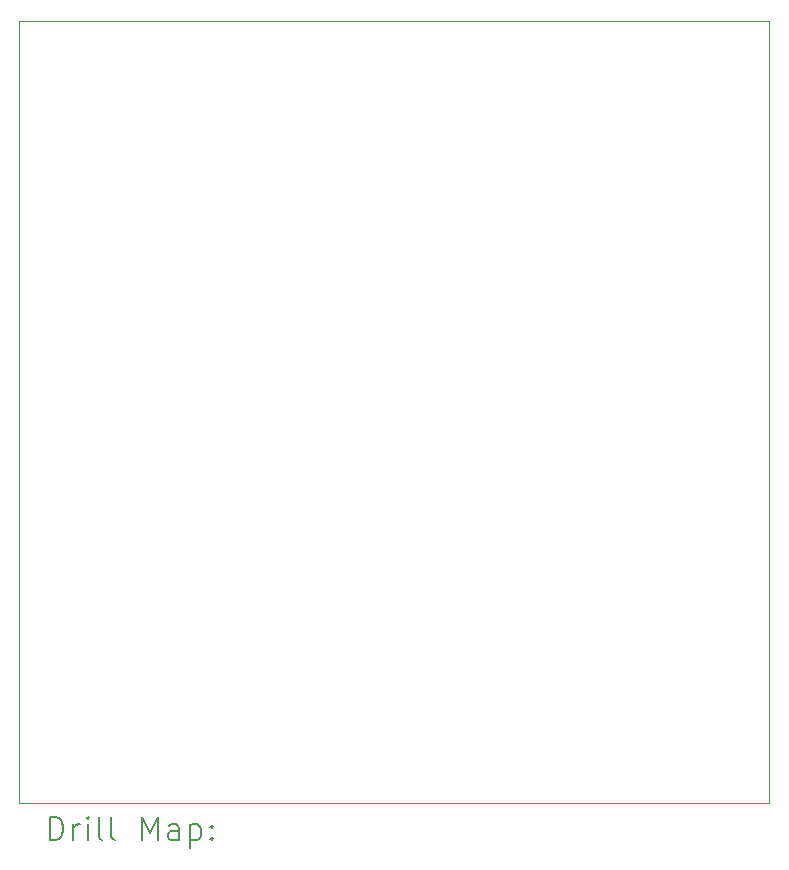
<source format=gbr>
%TF.GenerationSoftware,KiCad,Pcbnew,9.0.1*%
%TF.CreationDate,2025-04-14T17:51:52+10:00*%
%TF.ProjectId,RP2350B_LevelShift,52503233-3530-4425-9f4c-6576656c5368,rev?*%
%TF.SameCoordinates,Original*%
%TF.FileFunction,Drillmap*%
%TF.FilePolarity,Positive*%
%FSLAX45Y45*%
G04 Gerber Fmt 4.5, Leading zero omitted, Abs format (unit mm)*
G04 Created by KiCad (PCBNEW 9.0.1) date 2025-04-14 17:51:52*
%MOMM*%
%LPD*%
G01*
G04 APERTURE LIST*
%ADD10C,0.100000*%
%ADD11C,0.200000*%
G04 APERTURE END LIST*
D10*
X13462000Y-8128000D02*
X19812000Y-8128000D01*
X19812000Y-14744000D01*
X13462000Y-14744000D01*
X13462000Y-8128000D01*
D11*
X13717777Y-15060484D02*
X13717777Y-14860484D01*
X13717777Y-14860484D02*
X13765396Y-14860484D01*
X13765396Y-14860484D02*
X13793967Y-14870008D01*
X13793967Y-14870008D02*
X13813015Y-14889055D01*
X13813015Y-14889055D02*
X13822539Y-14908103D01*
X13822539Y-14908103D02*
X13832062Y-14946198D01*
X13832062Y-14946198D02*
X13832062Y-14974769D01*
X13832062Y-14974769D02*
X13822539Y-15012865D01*
X13822539Y-15012865D02*
X13813015Y-15031912D01*
X13813015Y-15031912D02*
X13793967Y-15050960D01*
X13793967Y-15050960D02*
X13765396Y-15060484D01*
X13765396Y-15060484D02*
X13717777Y-15060484D01*
X13917777Y-15060484D02*
X13917777Y-14927150D01*
X13917777Y-14965246D02*
X13927301Y-14946198D01*
X13927301Y-14946198D02*
X13936824Y-14936674D01*
X13936824Y-14936674D02*
X13955872Y-14927150D01*
X13955872Y-14927150D02*
X13974920Y-14927150D01*
X14041586Y-15060484D02*
X14041586Y-14927150D01*
X14041586Y-14860484D02*
X14032062Y-14870008D01*
X14032062Y-14870008D02*
X14041586Y-14879531D01*
X14041586Y-14879531D02*
X14051110Y-14870008D01*
X14051110Y-14870008D02*
X14041586Y-14860484D01*
X14041586Y-14860484D02*
X14041586Y-14879531D01*
X14165396Y-15060484D02*
X14146348Y-15050960D01*
X14146348Y-15050960D02*
X14136824Y-15031912D01*
X14136824Y-15031912D02*
X14136824Y-14860484D01*
X14270158Y-15060484D02*
X14251110Y-15050960D01*
X14251110Y-15050960D02*
X14241586Y-15031912D01*
X14241586Y-15031912D02*
X14241586Y-14860484D01*
X14498729Y-15060484D02*
X14498729Y-14860484D01*
X14498729Y-14860484D02*
X14565396Y-15003341D01*
X14565396Y-15003341D02*
X14632062Y-14860484D01*
X14632062Y-14860484D02*
X14632062Y-15060484D01*
X14813015Y-15060484D02*
X14813015Y-14955722D01*
X14813015Y-14955722D02*
X14803491Y-14936674D01*
X14803491Y-14936674D02*
X14784443Y-14927150D01*
X14784443Y-14927150D02*
X14746348Y-14927150D01*
X14746348Y-14927150D02*
X14727301Y-14936674D01*
X14813015Y-15050960D02*
X14793967Y-15060484D01*
X14793967Y-15060484D02*
X14746348Y-15060484D01*
X14746348Y-15060484D02*
X14727301Y-15050960D01*
X14727301Y-15050960D02*
X14717777Y-15031912D01*
X14717777Y-15031912D02*
X14717777Y-15012865D01*
X14717777Y-15012865D02*
X14727301Y-14993817D01*
X14727301Y-14993817D02*
X14746348Y-14984293D01*
X14746348Y-14984293D02*
X14793967Y-14984293D01*
X14793967Y-14984293D02*
X14813015Y-14974769D01*
X14908253Y-14927150D02*
X14908253Y-15127150D01*
X14908253Y-14936674D02*
X14927301Y-14927150D01*
X14927301Y-14927150D02*
X14965396Y-14927150D01*
X14965396Y-14927150D02*
X14984443Y-14936674D01*
X14984443Y-14936674D02*
X14993967Y-14946198D01*
X14993967Y-14946198D02*
X15003491Y-14965246D01*
X15003491Y-14965246D02*
X15003491Y-15022388D01*
X15003491Y-15022388D02*
X14993967Y-15041436D01*
X14993967Y-15041436D02*
X14984443Y-15050960D01*
X14984443Y-15050960D02*
X14965396Y-15060484D01*
X14965396Y-15060484D02*
X14927301Y-15060484D01*
X14927301Y-15060484D02*
X14908253Y-15050960D01*
X15089205Y-15041436D02*
X15098729Y-15050960D01*
X15098729Y-15050960D02*
X15089205Y-15060484D01*
X15089205Y-15060484D02*
X15079682Y-15050960D01*
X15079682Y-15050960D02*
X15089205Y-15041436D01*
X15089205Y-15041436D02*
X15089205Y-15060484D01*
X15089205Y-14936674D02*
X15098729Y-14946198D01*
X15098729Y-14946198D02*
X15089205Y-14955722D01*
X15089205Y-14955722D02*
X15079682Y-14946198D01*
X15079682Y-14946198D02*
X15089205Y-14936674D01*
X15089205Y-14936674D02*
X15089205Y-14955722D01*
M02*

</source>
